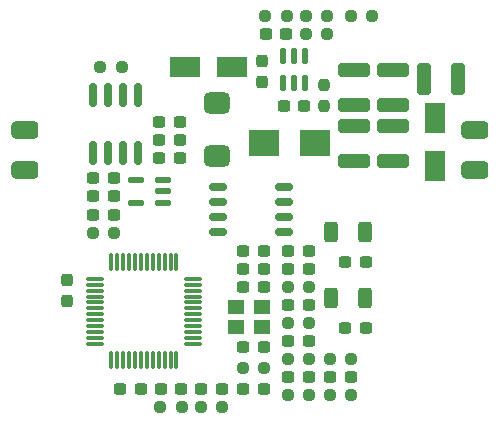
<source format=gbr>
%TF.GenerationSoftware,KiCad,Pcbnew,(6.0.5)*%
%TF.CreationDate,2023-01-06T15:20:20+08:00*%
%TF.ProjectId,Step_Ctrl_V1,53746570-5f43-4747-926c-5f56312e6b69,rev?*%
%TF.SameCoordinates,Original*%
%TF.FileFunction,Paste,Bot*%
%TF.FilePolarity,Positive*%
%FSLAX46Y46*%
G04 Gerber Fmt 4.6, Leading zero omitted, Abs format (unit mm)*
G04 Created by KiCad (PCBNEW (6.0.5)) date 2023-01-06 15:20:20*
%MOMM*%
%LPD*%
G01*
G04 APERTURE LIST*
G04 Aperture macros list*
%AMRoundRect*
0 Rectangle with rounded corners*
0 $1 Rounding radius*
0 $2 $3 $4 $5 $6 $7 $8 $9 X,Y pos of 4 corners*
0 Add a 4 corners polygon primitive as box body*
4,1,4,$2,$3,$4,$5,$6,$7,$8,$9,$2,$3,0*
0 Add four circle primitives for the rounded corners*
1,1,$1+$1,$2,$3*
1,1,$1+$1,$4,$5*
1,1,$1+$1,$6,$7*
1,1,$1+$1,$8,$9*
0 Add four rect primitives between the rounded corners*
20,1,$1+$1,$2,$3,$4,$5,0*
20,1,$1+$1,$4,$5,$6,$7,0*
20,1,$1+$1,$6,$7,$8,$9,0*
20,1,$1+$1,$8,$9,$2,$3,0*%
G04 Aperture macros list end*
%ADD10RoundRect,0.237500X0.250000X0.237500X-0.250000X0.237500X-0.250000X-0.237500X0.250000X-0.237500X0*%
%ADD11RoundRect,0.237500X-0.250000X-0.237500X0.250000X-0.237500X0.250000X0.237500X-0.250000X0.237500X0*%
%ADD12RoundRect,0.237500X-0.300000X-0.237500X0.300000X-0.237500X0.300000X0.237500X-0.300000X0.237500X0*%
%ADD13RoundRect,0.137500X0.525000X0.137500X-0.525000X0.137500X-0.525000X-0.137500X0.525000X-0.137500X0*%
%ADD14RoundRect,0.137500X-0.137500X0.525000X-0.137500X-0.525000X0.137500X-0.525000X0.137500X0.525000X0*%
%ADD15RoundRect,0.381000X0.762000X0.381000X-0.762000X0.381000X-0.762000X-0.381000X0.762000X-0.381000X0*%
%ADD16RoundRect,0.381000X-0.762000X-0.381000X0.762000X-0.381000X0.762000X0.381000X-0.762000X0.381000X0*%
%ADD17R,1.400000X1.200000*%
%ADD18RoundRect,0.150000X0.150000X-0.825000X0.150000X0.825000X-0.150000X0.825000X-0.150000X-0.825000X0*%
%ADD19RoundRect,0.175000X0.575000X0.175000X-0.575000X0.175000X-0.575000X-0.175000X0.575000X-0.175000X0*%
%ADD20RoundRect,0.075000X0.075000X0.662500X-0.075000X0.662500X-0.075000X-0.662500X0.075000X-0.662500X0*%
%ADD21RoundRect,0.075000X0.662500X0.075000X-0.662500X0.075000X-0.662500X-0.075000X0.662500X-0.075000X0*%
%ADD22RoundRect,0.250000X0.312500X0.625000X-0.312500X0.625000X-0.312500X-0.625000X0.312500X-0.625000X0*%
%ADD23RoundRect,0.237500X0.237500X-0.250000X0.237500X0.250000X-0.237500X0.250000X-0.237500X-0.250000X0*%
%ADD24RoundRect,0.450000X-0.650000X0.450000X-0.650000X-0.450000X0.650000X-0.450000X0.650000X0.450000X0*%
%ADD25R,2.500000X1.800000*%
%ADD26R,2.500000X2.300000*%
%ADD27R,1.800000X2.500000*%
%ADD28RoundRect,0.237500X0.300000X0.237500X-0.300000X0.237500X-0.300000X-0.237500X0.300000X-0.237500X0*%
%ADD29RoundRect,0.237500X-0.237500X0.300000X-0.237500X-0.300000X0.237500X-0.300000X0.237500X0.300000X0*%
%ADD30RoundRect,0.250000X1.100000X-0.325000X1.100000X0.325000X-1.100000X0.325000X-1.100000X-0.325000X0*%
%ADD31RoundRect,0.250000X-1.100000X0.325000X-1.100000X-0.325000X1.100000X-0.325000X1.100000X0.325000X0*%
%ADD32RoundRect,0.250000X-0.325000X-1.100000X0.325000X-1.100000X0.325000X1.100000X-0.325000X1.100000X0*%
G04 APERTURE END LIST*
D10*
%TO.C,TH1*%
X136374500Y-111506000D03*
X138199500Y-111506000D03*
%TD*%
D11*
%TO.C,R17*%
X138199500Y-114554000D03*
X136374500Y-114554000D03*
%TD*%
D12*
%TO.C,C31*%
X138149500Y-113030000D03*
X136424500Y-113030000D03*
%TD*%
D13*
%TO.C,U1*%
X122295500Y-96332000D03*
X122295500Y-97282000D03*
X122295500Y-98232000D03*
X120020500Y-98232000D03*
X120020500Y-96332000D03*
%TD*%
D14*
%TO.C,U2*%
X132400000Y-85857500D03*
X133350000Y-85857500D03*
X134300000Y-85857500D03*
X134300000Y-88132500D03*
X133350000Y-88132500D03*
X132400000Y-88132500D03*
%TD*%
D15*
%TO.C,J4*%
X148717000Y-92075000D03*
%TD*%
D16*
%TO.C,J3*%
X110617000Y-95504000D03*
%TD*%
%TO.C,J2*%
X110617000Y-92075000D03*
%TD*%
%TO.C,J1*%
X148717000Y-95504000D03*
%TD*%
D17*
%TO.C,Y1*%
X128440000Y-108800000D03*
X130640000Y-108800000D03*
X130640000Y-107100000D03*
X128440000Y-107100000D03*
%TD*%
D18*
%TO.C,U5*%
X120142000Y-94042000D03*
X118872000Y-94042000D03*
X117602000Y-94042000D03*
X116332000Y-94042000D03*
X116332000Y-89092000D03*
X117602000Y-89092000D03*
X118872000Y-89092000D03*
X120142000Y-89092000D03*
%TD*%
D19*
%TO.C,U4*%
X126943200Y-96951800D03*
X126943200Y-98221800D03*
X126943200Y-99491800D03*
X126943200Y-100761800D03*
X132543200Y-100761800D03*
X132543200Y-99491800D03*
X132543200Y-98221800D03*
X132543200Y-96951800D03*
%TD*%
D20*
%TO.C,U3*%
X123400000Y-103279500D03*
X122900000Y-103279500D03*
X122400000Y-103279500D03*
X121900000Y-103279500D03*
X121400000Y-103279500D03*
X120900000Y-103279500D03*
X120400000Y-103279500D03*
X119900000Y-103279500D03*
X119400000Y-103279500D03*
X118900000Y-103279500D03*
X118400000Y-103279500D03*
X117900000Y-103279500D03*
D21*
X116487500Y-104692000D03*
X116487500Y-105192000D03*
X116487500Y-105692000D03*
X116487500Y-106192000D03*
X116487500Y-106692000D03*
X116487500Y-107192000D03*
X116487500Y-107692000D03*
X116487500Y-108192000D03*
X116487500Y-108692000D03*
X116487500Y-109192000D03*
X116487500Y-109692000D03*
X116487500Y-110192000D03*
D20*
X117900000Y-111604500D03*
X118400000Y-111604500D03*
X118900000Y-111604500D03*
X119400000Y-111604500D03*
X119900000Y-111604500D03*
X120400000Y-111604500D03*
X120900000Y-111604500D03*
X121400000Y-111604500D03*
X121900000Y-111604500D03*
X122400000Y-111604500D03*
X122900000Y-111604500D03*
X123400000Y-111604500D03*
D21*
X124812500Y-110192000D03*
X124812500Y-109692000D03*
X124812500Y-109192000D03*
X124812500Y-108692000D03*
X124812500Y-108192000D03*
X124812500Y-107692000D03*
X124812500Y-107192000D03*
X124812500Y-106692000D03*
X124812500Y-106192000D03*
X124812500Y-105692000D03*
X124812500Y-105192000D03*
X124812500Y-104692000D03*
%TD*%
D10*
%TO.C,R18*%
X122023500Y-115570000D03*
X123848500Y-115570000D03*
%TD*%
%TO.C,R16*%
X125452500Y-115570000D03*
X127277500Y-115570000D03*
%TD*%
D22*
%TO.C,R15*%
X136459500Y-106299000D03*
X139384500Y-106299000D03*
%TD*%
%TO.C,R14*%
X136459500Y-100711000D03*
X139384500Y-100711000D03*
%TD*%
D11*
%TO.C,R13*%
X134643500Y-111506000D03*
X132818500Y-111506000D03*
%TD*%
%TO.C,R12*%
X134643500Y-105410000D03*
X132818500Y-105410000D03*
%TD*%
D10*
%TO.C,R10*%
X132818500Y-114554000D03*
X134643500Y-114554000D03*
%TD*%
%TO.C,R9*%
X132818500Y-108458000D03*
X134643500Y-108458000D03*
%TD*%
%TO.C,R8*%
X118768500Y-86741000D03*
X116943500Y-86741000D03*
%TD*%
D11*
%TO.C,R7*%
X136167500Y-83947000D03*
X134342500Y-83947000D03*
%TD*%
%TO.C,R6*%
X132738500Y-82423000D03*
X130913500Y-82423000D03*
%TD*%
D23*
%TO.C,R5*%
X135890000Y-90066500D03*
X135890000Y-88241500D03*
%TD*%
D10*
%TO.C,R4*%
X116308500Y-100838000D03*
X118133500Y-100838000D03*
%TD*%
%TO.C,R3*%
X129008500Y-112268000D03*
X130833500Y-112268000D03*
%TD*%
%TO.C,R2*%
X138152500Y-82423000D03*
X139977500Y-82423000D03*
%TD*%
D11*
%TO.C,R1*%
X136167500Y-82423000D03*
X134342500Y-82423000D03*
%TD*%
D24*
%TO.C,L1*%
X126873000Y-94325000D03*
X126873000Y-89825000D03*
%TD*%
D25*
%TO.C,D5*%
X124111000Y-86741000D03*
X128111000Y-86741000D03*
%TD*%
D26*
%TO.C,D4*%
X135119000Y-93218000D03*
X130819000Y-93218000D03*
%TD*%
D27*
%TO.C,D1*%
X145288000Y-95116400D03*
X145288000Y-91116400D03*
%TD*%
D28*
%TO.C,C30*%
X122073500Y-114046000D03*
X123798500Y-114046000D03*
%TD*%
%TO.C,C29*%
X137694500Y-108839000D03*
X139419500Y-108839000D03*
%TD*%
%TO.C,C28*%
X137694500Y-103251000D03*
X139419500Y-103251000D03*
%TD*%
%TO.C,C27*%
X132868500Y-102362000D03*
X134593500Y-102362000D03*
%TD*%
D12*
%TO.C,C26*%
X134593500Y-109982000D03*
X132868500Y-109982000D03*
%TD*%
%TO.C,C25*%
X134593500Y-103886000D03*
X132868500Y-103886000D03*
%TD*%
D28*
%TO.C,C24*%
X132868500Y-113030000D03*
X134593500Y-113030000D03*
%TD*%
%TO.C,C23*%
X132868500Y-106934000D03*
X134593500Y-106934000D03*
%TD*%
D29*
%TO.C,C22*%
X114173000Y-106526500D03*
X114173000Y-104801500D03*
%TD*%
D30*
%TO.C,C21*%
X141732000Y-89994000D03*
X141732000Y-87044000D03*
%TD*%
D12*
%TO.C,C20*%
X130783500Y-103886000D03*
X129058500Y-103886000D03*
%TD*%
%TO.C,C19*%
X130783500Y-105410000D03*
X129058500Y-105410000D03*
%TD*%
%TO.C,C18*%
X130783500Y-110490000D03*
X129058500Y-110490000D03*
%TD*%
D30*
%TO.C,C17*%
X138430000Y-89994000D03*
X138430000Y-87044000D03*
%TD*%
D28*
%TO.C,C16*%
X125502500Y-114046000D03*
X127227500Y-114046000D03*
%TD*%
%TO.C,C15*%
X123671500Y-92964000D03*
X121946500Y-92964000D03*
%TD*%
D12*
%TO.C,C14*%
X129058500Y-102362000D03*
X130783500Y-102362000D03*
%TD*%
D31*
%TO.C,C13*%
X141732000Y-94693000D03*
X141732000Y-91743000D03*
%TD*%
D28*
%TO.C,C12*%
X123671500Y-91440000D03*
X121946500Y-91440000D03*
%TD*%
D12*
%TO.C,C11*%
X120369500Y-114046000D03*
X118644500Y-114046000D03*
%TD*%
D28*
%TO.C,C10*%
X130963500Y-83947000D03*
X132688500Y-83947000D03*
%TD*%
D31*
%TO.C,C9*%
X138430000Y-94693000D03*
X138430000Y-91743000D03*
%TD*%
D32*
%TO.C,C8*%
X147271000Y-87757000D03*
X144321000Y-87757000D03*
%TD*%
D29*
%TO.C,C7*%
X130683000Y-87984500D03*
X130683000Y-86259500D03*
%TD*%
D28*
%TO.C,C6*%
X118083500Y-97663000D03*
X116358500Y-97663000D03*
%TD*%
%TO.C,C5*%
X118083500Y-96139000D03*
X116358500Y-96139000D03*
%TD*%
%TO.C,C4*%
X118083500Y-99314000D03*
X116358500Y-99314000D03*
%TD*%
%TO.C,C3*%
X134212500Y-90043000D03*
X132487500Y-90043000D03*
%TD*%
D12*
%TO.C,C2*%
X130783500Y-114046000D03*
X129058500Y-114046000D03*
%TD*%
D28*
%TO.C,C1*%
X123671500Y-94488000D03*
X121946500Y-94488000D03*
%TD*%
M02*

</source>
